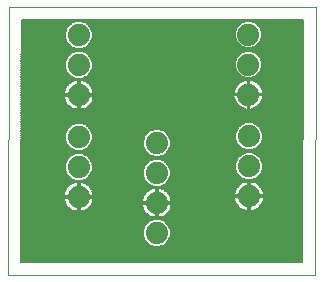
<source format=gbl>
G75*
%MOIN*%
%OFA0B0*%
%FSLAX25Y25*%
%IPPOS*%
%LPD*%
%AMOC8*
5,1,8,0,0,1.08239X$1,22.5*
%
%ADD10C,0.00000*%
%ADD11C,0.07400*%
%ADD12R,0.02978X0.02978*%
%ADD13C,0.00600*%
D10*
X0001424Y0001600D02*
X0001784Y0091123D01*
X0104108Y0091123D01*
X0103748Y0001600D01*
X0001424Y0001600D01*
D11*
X0025119Y0027741D03*
X0025119Y0037741D03*
X0025119Y0047741D03*
X0025119Y0061741D03*
X0025119Y0071741D03*
X0025119Y0081741D03*
X0051119Y0045741D03*
X0051119Y0035741D03*
X0051119Y0025741D03*
X0051119Y0015741D03*
X0081859Y0027931D03*
X0081859Y0037931D03*
X0081859Y0047931D03*
X0081666Y0061847D03*
X0081666Y0071847D03*
X0081666Y0081847D03*
D12*
X0066419Y0083391D03*
X0066469Y0073731D03*
X0091939Y0065381D03*
X0092245Y0031615D03*
X0069629Y0023111D03*
X0061209Y0023221D03*
X0039883Y0022560D03*
X0032796Y0010355D03*
X0012999Y0032501D03*
X0034969Y0063791D03*
X0034999Y0068851D03*
X0035079Y0078611D03*
X0013029Y0064541D03*
D13*
X0005977Y0064537D02*
X0020970Y0064537D01*
X0020843Y0064362D02*
X0020485Y0063660D01*
X0020242Y0062912D01*
X0020119Y0062134D01*
X0020119Y0062041D01*
X0024819Y0062041D01*
X0024819Y0066741D01*
X0024725Y0066741D01*
X0023948Y0066618D01*
X0023200Y0066375D01*
X0022498Y0066017D01*
X0021862Y0065555D01*
X0021305Y0064998D01*
X0020843Y0064362D01*
X0020627Y0063939D02*
X0005975Y0063939D01*
X0005972Y0063340D02*
X0020381Y0063340D01*
X0020215Y0062742D02*
X0005970Y0062742D01*
X0005968Y0062143D02*
X0020120Y0062143D01*
X0020119Y0061441D02*
X0020119Y0061347D01*
X0020242Y0060570D01*
X0020485Y0059822D01*
X0020843Y0059120D01*
X0021305Y0058484D01*
X0021862Y0057927D01*
X0022498Y0057465D01*
X0023200Y0057107D01*
X0023948Y0056864D01*
X0024725Y0056741D01*
X0024819Y0056741D01*
X0024819Y0061441D01*
X0025419Y0061441D01*
X0025419Y0062041D01*
X0030119Y0062041D01*
X0030119Y0062134D01*
X0029996Y0062912D01*
X0029753Y0063660D01*
X0029395Y0064362D01*
X0028933Y0064998D01*
X0028376Y0065555D01*
X0027739Y0066017D01*
X0027038Y0066375D01*
X0026290Y0066618D01*
X0025512Y0066741D01*
X0025419Y0066741D01*
X0025419Y0062041D01*
X0024819Y0062041D01*
X0024819Y0061441D01*
X0020119Y0061441D01*
X0020182Y0060946D02*
X0005963Y0060946D01*
X0005960Y0060348D02*
X0020314Y0060348D01*
X0020522Y0059749D02*
X0005958Y0059749D01*
X0005956Y0059151D02*
X0020827Y0059151D01*
X0021255Y0058552D02*
X0005953Y0058552D01*
X0005951Y0057954D02*
X0021835Y0057954D01*
X0022713Y0057355D02*
X0005948Y0057355D01*
X0005946Y0056757D02*
X0024626Y0056757D01*
X0024819Y0056757D02*
X0025419Y0056757D01*
X0025419Y0056741D02*
X0025512Y0056741D01*
X0026290Y0056864D01*
X0027038Y0057107D01*
X0027739Y0057465D01*
X0028376Y0057927D01*
X0028933Y0058484D01*
X0029395Y0059120D01*
X0029753Y0059822D01*
X0029996Y0060570D01*
X0030119Y0061347D01*
X0030119Y0061441D01*
X0025419Y0061441D01*
X0025419Y0056741D01*
X0025612Y0056757D02*
X0099669Y0056757D01*
X0099672Y0057355D02*
X0083864Y0057355D01*
X0083586Y0057214D02*
X0084287Y0057571D01*
X0084924Y0058033D01*
X0085480Y0058590D01*
X0085943Y0059227D01*
X0086300Y0059928D01*
X0086543Y0060676D01*
X0086666Y0061454D01*
X0086666Y0061547D01*
X0081966Y0061547D01*
X0081966Y0056847D01*
X0082060Y0056847D01*
X0082837Y0056970D01*
X0083586Y0057214D01*
X0084814Y0057954D02*
X0099674Y0057954D01*
X0099677Y0058552D02*
X0085442Y0058552D01*
X0085888Y0059151D02*
X0099679Y0059151D01*
X0099681Y0059749D02*
X0086209Y0059749D01*
X0086436Y0060348D02*
X0099684Y0060348D01*
X0099686Y0060946D02*
X0086586Y0060946D01*
X0086666Y0061545D02*
X0099689Y0061545D01*
X0099691Y0062143D02*
X0081966Y0062143D01*
X0081966Y0062147D02*
X0086666Y0062147D01*
X0086666Y0062241D01*
X0086543Y0063018D01*
X0086300Y0063767D01*
X0085943Y0064468D01*
X0085480Y0065105D01*
X0084924Y0065661D01*
X0084287Y0066124D01*
X0083586Y0066481D01*
X0082837Y0066724D01*
X0082060Y0066847D01*
X0081966Y0066847D01*
X0081966Y0062147D01*
X0081366Y0062147D01*
X0081366Y0061547D01*
X0076666Y0061547D01*
X0076666Y0061454D01*
X0076789Y0060676D01*
X0077033Y0059928D01*
X0077390Y0059227D01*
X0077853Y0058590D01*
X0078409Y0058033D01*
X0079046Y0057571D01*
X0079747Y0057214D01*
X0080495Y0056970D01*
X0081273Y0056847D01*
X0081366Y0056847D01*
X0081366Y0061547D01*
X0081966Y0061547D01*
X0081966Y0062147D01*
X0081966Y0062742D02*
X0081366Y0062742D01*
X0081366Y0062147D02*
X0081366Y0066847D01*
X0081273Y0066847D01*
X0080495Y0066724D01*
X0079747Y0066481D01*
X0079046Y0066124D01*
X0078409Y0065661D01*
X0077853Y0065105D01*
X0077390Y0064468D01*
X0077033Y0063767D01*
X0076789Y0063018D01*
X0076666Y0062241D01*
X0076666Y0062147D01*
X0081366Y0062147D01*
X0081366Y0062143D02*
X0030117Y0062143D01*
X0030023Y0062742D02*
X0076746Y0062742D01*
X0076894Y0063340D02*
X0029857Y0063340D01*
X0029611Y0063939D02*
X0077120Y0063939D01*
X0077440Y0064537D02*
X0029267Y0064537D01*
X0028795Y0065136D02*
X0077884Y0065136D01*
X0078510Y0065734D02*
X0028129Y0065734D01*
X0027120Y0066333D02*
X0079457Y0066333D01*
X0080069Y0067530D02*
X0026973Y0067530D01*
X0027725Y0067841D02*
X0026034Y0067141D01*
X0024204Y0067141D01*
X0022513Y0067841D01*
X0021219Y0069135D01*
X0020519Y0070826D01*
X0020519Y0072656D01*
X0021219Y0074347D01*
X0022513Y0075641D01*
X0024204Y0076341D01*
X0026034Y0076341D01*
X0027725Y0075641D01*
X0029019Y0074347D01*
X0029719Y0072656D01*
X0029719Y0070826D01*
X0029019Y0069135D01*
X0027725Y0067841D01*
X0028012Y0068128D02*
X0078880Y0068128D01*
X0079061Y0067948D02*
X0077767Y0069242D01*
X0077066Y0070932D01*
X0077066Y0072762D01*
X0077767Y0074453D01*
X0079061Y0075747D01*
X0080751Y0076447D01*
X0082581Y0076447D01*
X0084272Y0075747D01*
X0085566Y0074453D01*
X0086266Y0072762D01*
X0086266Y0070932D01*
X0085566Y0069242D01*
X0084272Y0067948D01*
X0082581Y0067247D01*
X0080751Y0067247D01*
X0079061Y0067948D01*
X0078281Y0068727D02*
X0028610Y0068727D01*
X0029097Y0069325D02*
X0077732Y0069325D01*
X0077484Y0069924D02*
X0029345Y0069924D01*
X0029593Y0070523D02*
X0077236Y0070523D01*
X0077066Y0071121D02*
X0029719Y0071121D01*
X0029719Y0071720D02*
X0077066Y0071720D01*
X0077066Y0072318D02*
X0029719Y0072318D01*
X0029611Y0072917D02*
X0077130Y0072917D01*
X0077378Y0073515D02*
X0029363Y0073515D01*
X0029115Y0074114D02*
X0077626Y0074114D01*
X0078026Y0074712D02*
X0028653Y0074712D01*
X0028055Y0075311D02*
X0078624Y0075311D01*
X0079452Y0075909D02*
X0027076Y0075909D01*
X0026034Y0077141D02*
X0027725Y0077841D01*
X0029019Y0079135D01*
X0029719Y0080826D01*
X0029719Y0082656D01*
X0029019Y0084347D01*
X0027725Y0085641D01*
X0026034Y0086341D01*
X0024204Y0086341D01*
X0022513Y0085641D01*
X0021219Y0084347D01*
X0020519Y0082656D01*
X0020519Y0080826D01*
X0021219Y0079135D01*
X0022513Y0077841D01*
X0024204Y0077141D01*
X0026034Y0077141D01*
X0027395Y0077705D02*
X0079647Y0077705D01*
X0079061Y0077948D02*
X0080751Y0077247D01*
X0082581Y0077247D01*
X0084272Y0077948D01*
X0085566Y0079242D01*
X0086266Y0080932D01*
X0086266Y0082762D01*
X0085566Y0084453D01*
X0084272Y0085747D01*
X0082581Y0086447D01*
X0080751Y0086447D01*
X0079061Y0085747D01*
X0077767Y0084453D01*
X0077066Y0082762D01*
X0077066Y0080932D01*
X0077767Y0079242D01*
X0079061Y0077948D01*
X0078705Y0078303D02*
X0028186Y0078303D01*
X0028785Y0078902D02*
X0078106Y0078902D01*
X0077659Y0079500D02*
X0029170Y0079500D01*
X0029418Y0080099D02*
X0077412Y0080099D01*
X0077164Y0080697D02*
X0029666Y0080697D01*
X0029719Y0081296D02*
X0077066Y0081296D01*
X0077066Y0081894D02*
X0029719Y0081894D01*
X0029719Y0082493D02*
X0077066Y0082493D01*
X0077203Y0083091D02*
X0029539Y0083091D01*
X0029291Y0083690D02*
X0077450Y0083690D01*
X0077698Y0084288D02*
X0029043Y0084288D01*
X0028478Y0084887D02*
X0078200Y0084887D01*
X0078799Y0085485D02*
X0027880Y0085485D01*
X0026655Y0086084D02*
X0079874Y0086084D01*
X0083459Y0086084D02*
X0099787Y0086084D01*
X0099790Y0086682D02*
X0006066Y0086682D01*
X0006067Y0086823D02*
X0099790Y0086823D01*
X0099465Y0005900D01*
X0005741Y0005900D01*
X0006067Y0086823D01*
X0006064Y0086084D02*
X0023583Y0086084D01*
X0022358Y0085485D02*
X0006061Y0085485D01*
X0006059Y0084887D02*
X0021759Y0084887D01*
X0021195Y0084288D02*
X0006057Y0084288D01*
X0006054Y0083690D02*
X0020947Y0083690D01*
X0020699Y0083091D02*
X0006052Y0083091D01*
X0006049Y0082493D02*
X0020519Y0082493D01*
X0020519Y0081894D02*
X0006047Y0081894D01*
X0006045Y0081296D02*
X0020519Y0081296D01*
X0020572Y0080697D02*
X0006042Y0080697D01*
X0006040Y0080099D02*
X0020820Y0080099D01*
X0021068Y0079500D02*
X0006037Y0079500D01*
X0006035Y0078902D02*
X0021453Y0078902D01*
X0022051Y0078303D02*
X0006033Y0078303D01*
X0006030Y0077705D02*
X0022843Y0077705D01*
X0023161Y0075909D02*
X0006023Y0075909D01*
X0006021Y0075311D02*
X0022183Y0075311D01*
X0021585Y0074712D02*
X0006018Y0074712D01*
X0006016Y0074114D02*
X0021123Y0074114D01*
X0020875Y0073515D02*
X0006013Y0073515D01*
X0006011Y0072917D02*
X0020627Y0072917D01*
X0020519Y0072318D02*
X0006008Y0072318D01*
X0006006Y0071720D02*
X0020519Y0071720D01*
X0020519Y0071121D02*
X0006004Y0071121D01*
X0006001Y0070523D02*
X0020645Y0070523D01*
X0020892Y0069924D02*
X0005999Y0069924D01*
X0005996Y0069325D02*
X0021140Y0069325D01*
X0021627Y0068727D02*
X0005994Y0068727D01*
X0005992Y0068128D02*
X0022226Y0068128D01*
X0023265Y0067530D02*
X0005989Y0067530D01*
X0005987Y0066931D02*
X0099710Y0066931D01*
X0099708Y0066333D02*
X0083876Y0066333D01*
X0084823Y0065734D02*
X0099705Y0065734D01*
X0099703Y0065136D02*
X0085449Y0065136D01*
X0085892Y0064537D02*
X0099701Y0064537D01*
X0099698Y0063939D02*
X0086212Y0063939D01*
X0086438Y0063340D02*
X0099696Y0063340D01*
X0099693Y0062742D02*
X0086587Y0062742D01*
X0081966Y0063340D02*
X0081366Y0063340D01*
X0081366Y0063939D02*
X0081966Y0063939D01*
X0081966Y0064537D02*
X0081366Y0064537D01*
X0081366Y0065136D02*
X0081966Y0065136D01*
X0081966Y0065734D02*
X0081366Y0065734D01*
X0081366Y0066333D02*
X0081966Y0066333D01*
X0083264Y0067530D02*
X0099713Y0067530D01*
X0099715Y0068128D02*
X0084453Y0068128D01*
X0085051Y0068727D02*
X0099717Y0068727D01*
X0099720Y0069325D02*
X0085601Y0069325D01*
X0085849Y0069924D02*
X0099722Y0069924D01*
X0099725Y0070523D02*
X0086097Y0070523D01*
X0086266Y0071121D02*
X0099727Y0071121D01*
X0099730Y0071720D02*
X0086266Y0071720D01*
X0086266Y0072318D02*
X0099732Y0072318D01*
X0099734Y0072917D02*
X0086202Y0072917D01*
X0085954Y0073515D02*
X0099737Y0073515D01*
X0099739Y0074114D02*
X0085707Y0074114D01*
X0085307Y0074712D02*
X0099742Y0074712D01*
X0099744Y0075311D02*
X0084708Y0075311D01*
X0083880Y0075909D02*
X0099746Y0075909D01*
X0099749Y0076508D02*
X0006025Y0076508D01*
X0006028Y0077106D02*
X0099751Y0077106D01*
X0099754Y0077705D02*
X0083686Y0077705D01*
X0084628Y0078303D02*
X0099756Y0078303D01*
X0099758Y0078902D02*
X0085226Y0078902D01*
X0085673Y0079500D02*
X0099761Y0079500D01*
X0099763Y0080099D02*
X0085921Y0080099D01*
X0086169Y0080697D02*
X0099766Y0080697D01*
X0099768Y0081296D02*
X0086266Y0081296D01*
X0086266Y0081894D02*
X0099770Y0081894D01*
X0099773Y0082493D02*
X0086266Y0082493D01*
X0086130Y0083091D02*
X0099775Y0083091D01*
X0099778Y0083690D02*
X0085882Y0083690D01*
X0085634Y0084288D02*
X0099780Y0084288D01*
X0099782Y0084887D02*
X0085132Y0084887D01*
X0084534Y0085485D02*
X0099785Y0085485D01*
X0081966Y0061545D02*
X0081366Y0061545D01*
X0081366Y0060946D02*
X0081966Y0060946D01*
X0081966Y0060348D02*
X0081366Y0060348D01*
X0081366Y0059749D02*
X0081966Y0059749D01*
X0081966Y0059151D02*
X0081366Y0059151D01*
X0081366Y0058552D02*
X0081966Y0058552D01*
X0081966Y0057954D02*
X0081366Y0057954D01*
X0081366Y0057355D02*
X0081966Y0057355D01*
X0079469Y0057355D02*
X0027525Y0057355D01*
X0028403Y0057954D02*
X0078519Y0057954D01*
X0077890Y0058552D02*
X0028983Y0058552D01*
X0029411Y0059151D02*
X0077445Y0059151D01*
X0077124Y0059749D02*
X0029716Y0059749D01*
X0029924Y0060348D02*
X0076896Y0060348D01*
X0076747Y0060946D02*
X0030055Y0060946D01*
X0025419Y0060946D02*
X0024819Y0060946D01*
X0024819Y0060348D02*
X0025419Y0060348D01*
X0025419Y0059749D02*
X0024819Y0059749D01*
X0024819Y0059151D02*
X0025419Y0059151D01*
X0025419Y0058552D02*
X0024819Y0058552D01*
X0024819Y0057954D02*
X0025419Y0057954D01*
X0025419Y0057355D02*
X0024819Y0057355D01*
X0024819Y0061545D02*
X0005965Y0061545D01*
X0005980Y0065136D02*
X0021443Y0065136D01*
X0022109Y0065734D02*
X0005982Y0065734D01*
X0005984Y0066333D02*
X0023118Y0066333D01*
X0024819Y0066333D02*
X0025419Y0066333D01*
X0025419Y0065734D02*
X0024819Y0065734D01*
X0024819Y0065136D02*
X0025419Y0065136D01*
X0025419Y0064537D02*
X0024819Y0064537D01*
X0024819Y0063939D02*
X0025419Y0063939D01*
X0025419Y0063340D02*
X0024819Y0063340D01*
X0024819Y0062742D02*
X0025419Y0062742D01*
X0025419Y0062143D02*
X0024819Y0062143D01*
X0025419Y0061545D02*
X0076666Y0061545D01*
X0080944Y0052531D02*
X0079253Y0051831D01*
X0077959Y0050537D01*
X0077259Y0048846D01*
X0077259Y0047016D01*
X0077959Y0045325D01*
X0079253Y0044031D01*
X0080944Y0043331D01*
X0082774Y0043331D01*
X0084465Y0044031D01*
X0085759Y0045325D01*
X0086459Y0047016D01*
X0086459Y0048846D01*
X0085759Y0050537D01*
X0084465Y0051831D01*
X0082774Y0052531D01*
X0080944Y0052531D01*
X0079586Y0051969D02*
X0026933Y0051969D01*
X0027725Y0051641D02*
X0026034Y0052341D01*
X0024204Y0052341D01*
X0022513Y0051641D01*
X0021219Y0050347D01*
X0020519Y0048656D01*
X0020519Y0046826D01*
X0021219Y0045135D01*
X0022513Y0043841D01*
X0024204Y0043141D01*
X0026034Y0043141D01*
X0027725Y0043841D01*
X0029019Y0045135D01*
X0029719Y0046826D01*
X0029719Y0048656D01*
X0029019Y0050347D01*
X0027725Y0051641D01*
X0027995Y0051370D02*
X0078793Y0051370D01*
X0078194Y0050772D02*
X0028594Y0050772D01*
X0029090Y0050173D02*
X0049799Y0050173D01*
X0050204Y0050341D02*
X0048513Y0049641D01*
X0047219Y0048347D01*
X0046519Y0046656D01*
X0046519Y0044826D01*
X0047219Y0043135D01*
X0048513Y0041841D01*
X0050204Y0041141D01*
X0052034Y0041141D01*
X0053725Y0041841D01*
X0055019Y0043135D01*
X0055719Y0044826D01*
X0055719Y0046656D01*
X0055019Y0048347D01*
X0053725Y0049641D01*
X0052034Y0050341D01*
X0050204Y0050341D01*
X0048447Y0049575D02*
X0029338Y0049575D01*
X0029586Y0048976D02*
X0047849Y0048976D01*
X0047250Y0048378D02*
X0029719Y0048378D01*
X0029719Y0047779D02*
X0046984Y0047779D01*
X0046736Y0047181D02*
X0029719Y0047181D01*
X0029618Y0046582D02*
X0046519Y0046582D01*
X0046519Y0045984D02*
X0029370Y0045984D01*
X0029122Y0045385D02*
X0046519Y0045385D01*
X0046535Y0044787D02*
X0028670Y0044787D01*
X0028071Y0044188D02*
X0046783Y0044188D01*
X0047031Y0043589D02*
X0027117Y0043589D01*
X0026034Y0042341D02*
X0024204Y0042341D01*
X0022513Y0041641D01*
X0021219Y0040347D01*
X0020519Y0038656D01*
X0020519Y0036826D01*
X0021219Y0035135D01*
X0022513Y0033841D01*
X0024204Y0033141D01*
X0026034Y0033141D01*
X0027725Y0033841D01*
X0029019Y0035135D01*
X0029719Y0036826D01*
X0029719Y0038656D01*
X0029019Y0040347D01*
X0027725Y0041641D01*
X0026034Y0042341D01*
X0027354Y0041794D02*
X0048627Y0041794D01*
X0047962Y0042392D02*
X0005888Y0042392D01*
X0005886Y0041794D02*
X0022883Y0041794D01*
X0022068Y0041195D02*
X0005883Y0041195D01*
X0005881Y0040597D02*
X0021470Y0040597D01*
X0021075Y0039998D02*
X0005879Y0039998D01*
X0005876Y0039400D02*
X0020827Y0039400D01*
X0020579Y0038801D02*
X0005874Y0038801D01*
X0005871Y0038203D02*
X0020519Y0038203D01*
X0020519Y0037604D02*
X0005869Y0037604D01*
X0005866Y0037006D02*
X0020519Y0037006D01*
X0020692Y0036407D02*
X0005864Y0036407D01*
X0005862Y0035809D02*
X0020940Y0035809D01*
X0021188Y0035210D02*
X0005859Y0035210D01*
X0005857Y0034612D02*
X0021743Y0034612D01*
X0022341Y0034013D02*
X0005854Y0034013D01*
X0005852Y0033415D02*
X0023543Y0033415D01*
X0023948Y0032618D02*
X0023200Y0032375D01*
X0022498Y0032017D01*
X0021862Y0031555D01*
X0021305Y0030998D01*
X0020843Y0030362D01*
X0020485Y0029660D01*
X0020242Y0028912D01*
X0020119Y0028134D01*
X0020119Y0028041D01*
X0024819Y0028041D01*
X0024819Y0032741D01*
X0024725Y0032741D01*
X0023948Y0032618D01*
X0024819Y0032218D02*
X0025419Y0032218D01*
X0025419Y0032741D02*
X0025512Y0032741D01*
X0026290Y0032618D01*
X0027038Y0032375D01*
X0027739Y0032017D01*
X0028376Y0031555D01*
X0028933Y0030998D01*
X0029395Y0030362D01*
X0029753Y0029660D01*
X0029996Y0028912D01*
X0030119Y0028134D01*
X0030119Y0028041D01*
X0025419Y0028041D01*
X0025419Y0027441D01*
X0030119Y0027441D01*
X0030119Y0027347D01*
X0029996Y0026570D01*
X0029753Y0025822D01*
X0029395Y0025120D01*
X0028933Y0024484D01*
X0028376Y0023927D01*
X0027739Y0023465D01*
X0027038Y0023107D01*
X0026290Y0022864D01*
X0025512Y0022741D01*
X0025419Y0022741D01*
X0025419Y0027441D01*
X0024819Y0027441D01*
X0024819Y0022741D01*
X0024725Y0022741D01*
X0023948Y0022864D01*
X0023200Y0023107D01*
X0022498Y0023465D01*
X0021862Y0023927D01*
X0021305Y0024484D01*
X0020843Y0025120D01*
X0020485Y0025822D01*
X0020242Y0026570D01*
X0020119Y0027347D01*
X0020119Y0027441D01*
X0024819Y0027441D01*
X0024819Y0028041D01*
X0025419Y0028041D01*
X0025419Y0032741D01*
X0026695Y0033415D02*
X0047103Y0033415D01*
X0047219Y0033135D02*
X0048513Y0031841D01*
X0050204Y0031141D01*
X0052034Y0031141D01*
X0053725Y0031841D01*
X0055019Y0033135D01*
X0055719Y0034826D01*
X0055719Y0036656D01*
X0055019Y0038347D01*
X0053725Y0039641D01*
X0052034Y0040341D01*
X0050204Y0040341D01*
X0048513Y0039641D01*
X0047219Y0038347D01*
X0046519Y0036656D01*
X0046519Y0034826D01*
X0047219Y0033135D01*
X0047538Y0032816D02*
X0005850Y0032816D01*
X0005847Y0032218D02*
X0022892Y0032218D01*
X0021950Y0031619D02*
X0005845Y0031619D01*
X0005842Y0031021D02*
X0021328Y0031021D01*
X0020887Y0030422D02*
X0005840Y0030422D01*
X0005838Y0029824D02*
X0020569Y0029824D01*
X0020344Y0029225D02*
X0005835Y0029225D01*
X0005833Y0028627D02*
X0020197Y0028627D01*
X0020119Y0027430D02*
X0005828Y0027430D01*
X0005830Y0028028D02*
X0024819Y0028028D01*
X0024819Y0027430D02*
X0025419Y0027430D01*
X0025419Y0028028D02*
X0046673Y0028028D01*
X0046843Y0028362D02*
X0046485Y0027660D01*
X0046242Y0026912D01*
X0046119Y0026134D01*
X0046119Y0026041D01*
X0050819Y0026041D01*
X0050819Y0030741D01*
X0050725Y0030741D01*
X0049948Y0030618D01*
X0049200Y0030375D01*
X0048498Y0030017D01*
X0047862Y0029555D01*
X0047305Y0028998D01*
X0046843Y0028362D01*
X0047035Y0028627D02*
X0030041Y0028627D01*
X0029894Y0029225D02*
X0047532Y0029225D01*
X0048232Y0029824D02*
X0029669Y0029824D01*
X0029351Y0030422D02*
X0049346Y0030422D01*
X0049049Y0031619D02*
X0028287Y0031619D01*
X0028910Y0031021D02*
X0077923Y0031021D01*
X0078045Y0031188D02*
X0077583Y0030552D01*
X0077225Y0029850D01*
X0076982Y0029102D01*
X0076859Y0028324D01*
X0076859Y0028231D01*
X0081559Y0028231D01*
X0081559Y0032931D01*
X0081465Y0032931D01*
X0080688Y0032808D01*
X0079940Y0032565D01*
X0079238Y0032207D01*
X0078602Y0031745D01*
X0078045Y0031188D01*
X0078476Y0031619D02*
X0053189Y0031619D01*
X0054101Y0032218D02*
X0079259Y0032218D01*
X0080742Y0032816D02*
X0054700Y0032816D01*
X0055134Y0033415D02*
X0080741Y0033415D01*
X0080944Y0033331D02*
X0082774Y0033331D01*
X0084465Y0034031D01*
X0085759Y0035325D01*
X0086459Y0037016D01*
X0086459Y0038846D01*
X0085759Y0040537D01*
X0084465Y0041831D01*
X0082774Y0042531D01*
X0080944Y0042531D01*
X0079253Y0041831D01*
X0077959Y0040537D01*
X0077259Y0038846D01*
X0077259Y0037016D01*
X0077959Y0035325D01*
X0079253Y0034031D01*
X0080944Y0033331D01*
X0081559Y0032816D02*
X0082159Y0032816D01*
X0082159Y0032931D02*
X0082252Y0032931D01*
X0083030Y0032808D01*
X0083778Y0032565D01*
X0084479Y0032207D01*
X0085116Y0031745D01*
X0085673Y0031188D01*
X0086135Y0030552D01*
X0086493Y0029850D01*
X0086736Y0029102D01*
X0086859Y0028324D01*
X0086859Y0028231D01*
X0082159Y0028231D01*
X0082159Y0027631D01*
X0086859Y0027631D01*
X0086859Y0027537D01*
X0086736Y0026760D01*
X0086493Y0026012D01*
X0086135Y0025310D01*
X0085673Y0024674D01*
X0085116Y0024117D01*
X0084479Y0023655D01*
X0083778Y0023297D01*
X0083030Y0023054D01*
X0082252Y0022931D01*
X0082159Y0022931D01*
X0082159Y0027631D01*
X0081559Y0027631D01*
X0081559Y0022931D01*
X0081465Y0022931D01*
X0080688Y0023054D01*
X0079940Y0023297D01*
X0079238Y0023655D01*
X0078602Y0024117D01*
X0078045Y0024674D01*
X0077583Y0025310D01*
X0077225Y0026012D01*
X0076982Y0026760D01*
X0076859Y0027537D01*
X0076859Y0027631D01*
X0081559Y0027631D01*
X0081559Y0028231D01*
X0082159Y0028231D01*
X0082159Y0032931D01*
X0082159Y0032218D02*
X0081559Y0032218D01*
X0081559Y0031619D02*
X0082159Y0031619D01*
X0082159Y0031021D02*
X0081559Y0031021D01*
X0081559Y0030422D02*
X0082159Y0030422D01*
X0082159Y0029824D02*
X0081559Y0029824D01*
X0081559Y0029225D02*
X0082159Y0029225D01*
X0082159Y0028627D02*
X0081559Y0028627D01*
X0081559Y0028028D02*
X0055565Y0028028D01*
X0055395Y0028362D02*
X0054933Y0028998D01*
X0054376Y0029555D01*
X0053739Y0030017D01*
X0053038Y0030375D01*
X0052290Y0030618D01*
X0051512Y0030741D01*
X0051419Y0030741D01*
X0051419Y0026041D01*
X0056119Y0026041D01*
X0056119Y0026134D01*
X0055996Y0026912D01*
X0055753Y0027660D01*
X0055395Y0028362D01*
X0055203Y0028627D02*
X0076907Y0028627D01*
X0077022Y0029225D02*
X0054706Y0029225D01*
X0054006Y0029824D02*
X0077217Y0029824D01*
X0077517Y0030422D02*
X0052892Y0030422D01*
X0051419Y0030422D02*
X0050819Y0030422D01*
X0050819Y0029824D02*
X0051419Y0029824D01*
X0051419Y0029225D02*
X0050819Y0029225D01*
X0050819Y0028627D02*
X0051419Y0028627D01*
X0051419Y0028028D02*
X0050819Y0028028D01*
X0050819Y0027430D02*
X0051419Y0027430D01*
X0051419Y0026831D02*
X0050819Y0026831D01*
X0050819Y0026233D02*
X0051419Y0026233D01*
X0051419Y0026041D02*
X0050819Y0026041D01*
X0050819Y0025441D01*
X0051419Y0025441D01*
X0051419Y0026041D01*
X0051419Y0025634D02*
X0077418Y0025634D01*
X0077153Y0026233D02*
X0056103Y0026233D01*
X0056009Y0026831D02*
X0076971Y0026831D01*
X0076876Y0027430D02*
X0055827Y0027430D01*
X0056119Y0025441D02*
X0051419Y0025441D01*
X0051419Y0020741D01*
X0051512Y0020741D01*
X0052290Y0020864D01*
X0053038Y0021107D01*
X0053739Y0021465D01*
X0054376Y0021927D01*
X0054933Y0022484D01*
X0055395Y0023120D01*
X0055753Y0023822D01*
X0055996Y0024570D01*
X0056119Y0025347D01*
X0056119Y0025441D01*
X0056070Y0025036D02*
X0077782Y0025036D01*
X0078282Y0024437D02*
X0055953Y0024437D01*
X0055758Y0023839D02*
X0078985Y0023839D01*
X0080115Y0023240D02*
X0055456Y0023240D01*
X0055047Y0022642D02*
X0099532Y0022642D01*
X0099535Y0023240D02*
X0083602Y0023240D01*
X0084733Y0023839D02*
X0099537Y0023839D01*
X0099539Y0024437D02*
X0085436Y0024437D01*
X0085936Y0025036D02*
X0099542Y0025036D01*
X0099544Y0025634D02*
X0086300Y0025634D01*
X0086564Y0026233D02*
X0099547Y0026233D01*
X0099549Y0026831D02*
X0086747Y0026831D01*
X0086842Y0027430D02*
X0099551Y0027430D01*
X0099554Y0028028D02*
X0082159Y0028028D01*
X0082159Y0027430D02*
X0081559Y0027430D01*
X0081559Y0026831D02*
X0082159Y0026831D01*
X0082159Y0026233D02*
X0081559Y0026233D01*
X0081559Y0025634D02*
X0082159Y0025634D01*
X0082159Y0025036D02*
X0081559Y0025036D01*
X0081559Y0024437D02*
X0082159Y0024437D01*
X0082159Y0023839D02*
X0081559Y0023839D01*
X0081559Y0023240D02*
X0082159Y0023240D01*
X0086811Y0028627D02*
X0099556Y0028627D01*
X0099559Y0029225D02*
X0086696Y0029225D01*
X0086501Y0029824D02*
X0099561Y0029824D01*
X0099563Y0030422D02*
X0086201Y0030422D01*
X0085794Y0031021D02*
X0099566Y0031021D01*
X0099568Y0031619D02*
X0085242Y0031619D01*
X0084459Y0032218D02*
X0099571Y0032218D01*
X0099573Y0032816D02*
X0082976Y0032816D01*
X0082976Y0033415D02*
X0099575Y0033415D01*
X0099578Y0034013D02*
X0084421Y0034013D01*
X0085045Y0034612D02*
X0099580Y0034612D01*
X0099583Y0035210D02*
X0085644Y0035210D01*
X0085959Y0035809D02*
X0099585Y0035809D01*
X0099588Y0036407D02*
X0086207Y0036407D01*
X0086455Y0037006D02*
X0099590Y0037006D01*
X0099592Y0037604D02*
X0086459Y0037604D01*
X0086459Y0038203D02*
X0099595Y0038203D01*
X0099597Y0038801D02*
X0086459Y0038801D01*
X0086229Y0039400D02*
X0099600Y0039400D01*
X0099602Y0039998D02*
X0085982Y0039998D01*
X0085698Y0040597D02*
X0099604Y0040597D01*
X0099607Y0041195D02*
X0085100Y0041195D01*
X0084501Y0041794D02*
X0099609Y0041794D01*
X0099612Y0042392D02*
X0083108Y0042392D01*
X0083398Y0043589D02*
X0099616Y0043589D01*
X0099614Y0042991D02*
X0054874Y0042991D01*
X0055207Y0043589D02*
X0080320Y0043589D01*
X0080610Y0042392D02*
X0054276Y0042392D01*
X0053610Y0041794D02*
X0079217Y0041794D01*
X0078618Y0041195D02*
X0052165Y0041195D01*
X0052861Y0039998D02*
X0077736Y0039998D01*
X0077488Y0039400D02*
X0053965Y0039400D01*
X0054564Y0038801D02*
X0077259Y0038801D01*
X0077259Y0038203D02*
X0055078Y0038203D01*
X0055326Y0037604D02*
X0077259Y0037604D01*
X0077263Y0037006D02*
X0055574Y0037006D01*
X0055719Y0036407D02*
X0077511Y0036407D01*
X0077759Y0035809D02*
X0055719Y0035809D01*
X0055719Y0035210D02*
X0078074Y0035210D01*
X0078673Y0034612D02*
X0055630Y0034612D01*
X0055382Y0034013D02*
X0079296Y0034013D01*
X0078020Y0040597D02*
X0028768Y0040597D01*
X0029163Y0039998D02*
X0049377Y0039998D01*
X0048272Y0039400D02*
X0029411Y0039400D01*
X0029659Y0038801D02*
X0047674Y0038801D01*
X0047160Y0038203D02*
X0029719Y0038203D01*
X0029719Y0037604D02*
X0046912Y0037604D01*
X0046664Y0037006D02*
X0029719Y0037006D01*
X0029545Y0036407D02*
X0046519Y0036407D01*
X0046519Y0035809D02*
X0029298Y0035809D01*
X0029050Y0035210D02*
X0046519Y0035210D01*
X0046608Y0034612D02*
X0028495Y0034612D01*
X0027897Y0034013D02*
X0046855Y0034013D01*
X0048137Y0032218D02*
X0027346Y0032218D01*
X0025419Y0031619D02*
X0024819Y0031619D01*
X0024819Y0031021D02*
X0025419Y0031021D01*
X0025419Y0030422D02*
X0024819Y0030422D01*
X0024819Y0029824D02*
X0025419Y0029824D01*
X0025419Y0029225D02*
X0024819Y0029225D01*
X0024819Y0028627D02*
X0025419Y0028627D01*
X0025419Y0026831D02*
X0024819Y0026831D01*
X0024819Y0026233D02*
X0025419Y0026233D01*
X0025419Y0025634D02*
X0024819Y0025634D01*
X0024819Y0025036D02*
X0025419Y0025036D01*
X0025419Y0024437D02*
X0024819Y0024437D01*
X0024819Y0023839D02*
X0025419Y0023839D01*
X0025419Y0023240D02*
X0024819Y0023240D01*
X0022939Y0023240D02*
X0005811Y0023240D01*
X0005809Y0022642D02*
X0047190Y0022642D01*
X0047305Y0022484D02*
X0047862Y0021927D01*
X0048498Y0021465D01*
X0049200Y0021107D01*
X0049948Y0020864D01*
X0050725Y0020741D01*
X0050819Y0020741D01*
X0050819Y0025441D01*
X0046119Y0025441D01*
X0046119Y0025347D01*
X0046242Y0024570D01*
X0046485Y0023822D01*
X0046843Y0023120D01*
X0047305Y0022484D01*
X0047746Y0022043D02*
X0005806Y0022043D01*
X0005804Y0021445D02*
X0048538Y0021445D01*
X0046781Y0023240D02*
X0027299Y0023240D01*
X0028254Y0023839D02*
X0046480Y0023839D01*
X0046285Y0024437D02*
X0028886Y0024437D01*
X0029334Y0025036D02*
X0046168Y0025036D01*
X0046134Y0026233D02*
X0029886Y0026233D01*
X0030037Y0026831D02*
X0046229Y0026831D01*
X0046410Y0027430D02*
X0030119Y0027430D01*
X0029657Y0025634D02*
X0050819Y0025634D01*
X0050819Y0025036D02*
X0051419Y0025036D01*
X0051419Y0024437D02*
X0050819Y0024437D01*
X0050819Y0023839D02*
X0051419Y0023839D01*
X0051419Y0023240D02*
X0050819Y0023240D01*
X0050819Y0022642D02*
X0051419Y0022642D01*
X0051419Y0022043D02*
X0050819Y0022043D01*
X0050819Y0021445D02*
X0051419Y0021445D01*
X0051419Y0020846D02*
X0050819Y0020846D01*
X0050062Y0020846D02*
X0005802Y0020846D01*
X0005799Y0020248D02*
X0049978Y0020248D01*
X0050204Y0020341D02*
X0048513Y0019641D01*
X0047219Y0018347D01*
X0046519Y0016656D01*
X0046519Y0014826D01*
X0047219Y0013135D01*
X0048513Y0011841D01*
X0050204Y0011141D01*
X0052034Y0011141D01*
X0053725Y0011841D01*
X0055019Y0013135D01*
X0055719Y0014826D01*
X0055719Y0016656D01*
X0055019Y0018347D01*
X0053725Y0019641D01*
X0052034Y0020341D01*
X0050204Y0020341D01*
X0048534Y0019649D02*
X0005797Y0019649D01*
X0005794Y0019051D02*
X0047923Y0019051D01*
X0047325Y0018452D02*
X0005792Y0018452D01*
X0005789Y0017854D02*
X0047015Y0017854D01*
X0046767Y0017255D02*
X0005787Y0017255D01*
X0005785Y0016656D02*
X0046519Y0016656D01*
X0046519Y0016058D02*
X0005782Y0016058D01*
X0005780Y0015459D02*
X0046519Y0015459D01*
X0046519Y0014861D02*
X0005777Y0014861D01*
X0005775Y0014262D02*
X0046752Y0014262D01*
X0047000Y0013664D02*
X0005773Y0013664D01*
X0005770Y0013065D02*
X0047289Y0013065D01*
X0047888Y0012467D02*
X0005768Y0012467D01*
X0005765Y0011868D02*
X0048486Y0011868D01*
X0049893Y0011270D02*
X0005763Y0011270D01*
X0005761Y0010671D02*
X0099484Y0010671D01*
X0099482Y0010073D02*
X0005758Y0010073D01*
X0005756Y0009474D02*
X0099479Y0009474D01*
X0099477Y0008876D02*
X0005753Y0008876D01*
X0005751Y0008277D02*
X0099474Y0008277D01*
X0099472Y0007679D02*
X0005749Y0007679D01*
X0005746Y0007080D02*
X0099470Y0007080D01*
X0099467Y0006482D02*
X0005744Y0006482D01*
X0005814Y0023839D02*
X0021983Y0023839D01*
X0021352Y0024437D02*
X0005816Y0024437D01*
X0005818Y0025036D02*
X0020904Y0025036D01*
X0020581Y0025634D02*
X0005821Y0025634D01*
X0005823Y0026233D02*
X0020352Y0026233D01*
X0020201Y0026831D02*
X0005826Y0026831D01*
X0005891Y0042991D02*
X0047363Y0042991D01*
X0050072Y0041195D02*
X0028170Y0041195D01*
X0023121Y0043589D02*
X0005893Y0043589D01*
X0005895Y0044188D02*
X0022166Y0044188D01*
X0021568Y0044787D02*
X0005898Y0044787D01*
X0005900Y0045385D02*
X0021116Y0045385D01*
X0020868Y0045984D02*
X0005903Y0045984D01*
X0005905Y0046582D02*
X0020620Y0046582D01*
X0020519Y0047181D02*
X0005907Y0047181D01*
X0005910Y0047779D02*
X0020519Y0047779D01*
X0020519Y0048378D02*
X0005912Y0048378D01*
X0005915Y0048976D02*
X0020652Y0048976D01*
X0020899Y0049575D02*
X0005917Y0049575D01*
X0005919Y0050173D02*
X0021147Y0050173D01*
X0021644Y0050772D02*
X0005922Y0050772D01*
X0005924Y0051370D02*
X0022243Y0051370D01*
X0023305Y0051969D02*
X0005927Y0051969D01*
X0005929Y0052567D02*
X0099652Y0052567D01*
X0099650Y0051969D02*
X0084131Y0051969D01*
X0084925Y0051370D02*
X0099648Y0051370D01*
X0099645Y0050772D02*
X0085524Y0050772D01*
X0085909Y0050173D02*
X0099643Y0050173D01*
X0099640Y0049575D02*
X0086157Y0049575D01*
X0086405Y0048976D02*
X0099638Y0048976D01*
X0099636Y0048378D02*
X0086459Y0048378D01*
X0086459Y0047779D02*
X0099633Y0047779D01*
X0099631Y0047181D02*
X0086459Y0047181D01*
X0086279Y0046582D02*
X0099628Y0046582D01*
X0099626Y0045984D02*
X0086031Y0045984D01*
X0085783Y0045385D02*
X0099624Y0045385D01*
X0099621Y0044787D02*
X0085220Y0044787D01*
X0084621Y0044188D02*
X0099619Y0044188D01*
X0099655Y0053166D02*
X0005931Y0053166D01*
X0005934Y0053764D02*
X0099657Y0053764D01*
X0099660Y0054363D02*
X0005936Y0054363D01*
X0005939Y0054961D02*
X0099662Y0054961D01*
X0099665Y0055560D02*
X0005941Y0055560D01*
X0005944Y0056158D02*
X0099667Y0056158D01*
X0079096Y0044188D02*
X0055455Y0044188D01*
X0055703Y0044787D02*
X0078498Y0044787D01*
X0077934Y0045385D02*
X0055719Y0045385D01*
X0055719Y0045984D02*
X0077687Y0045984D01*
X0077439Y0046582D02*
X0055719Y0046582D01*
X0055502Y0047181D02*
X0077259Y0047181D01*
X0077259Y0047779D02*
X0055254Y0047779D01*
X0054988Y0048378D02*
X0077259Y0048378D01*
X0077313Y0048976D02*
X0054389Y0048976D01*
X0053791Y0049575D02*
X0077561Y0049575D01*
X0077809Y0050173D02*
X0052439Y0050173D01*
X0054492Y0022043D02*
X0099530Y0022043D01*
X0099527Y0021445D02*
X0053700Y0021445D01*
X0052176Y0020846D02*
X0099525Y0020846D01*
X0099523Y0020248D02*
X0052259Y0020248D01*
X0053704Y0019649D02*
X0099520Y0019649D01*
X0099518Y0019051D02*
X0054315Y0019051D01*
X0054913Y0018452D02*
X0099515Y0018452D01*
X0099513Y0017854D02*
X0055223Y0017854D01*
X0055471Y0017255D02*
X0099510Y0017255D01*
X0099508Y0016656D02*
X0055719Y0016656D01*
X0055719Y0016058D02*
X0099506Y0016058D01*
X0099503Y0015459D02*
X0055719Y0015459D01*
X0055719Y0014861D02*
X0099501Y0014861D01*
X0099498Y0014262D02*
X0055485Y0014262D01*
X0055238Y0013664D02*
X0099496Y0013664D01*
X0099494Y0013065D02*
X0054949Y0013065D01*
X0054350Y0012467D02*
X0099491Y0012467D01*
X0099489Y0011868D02*
X0053752Y0011868D01*
X0052345Y0011270D02*
X0099486Y0011270D01*
M02*

</source>
